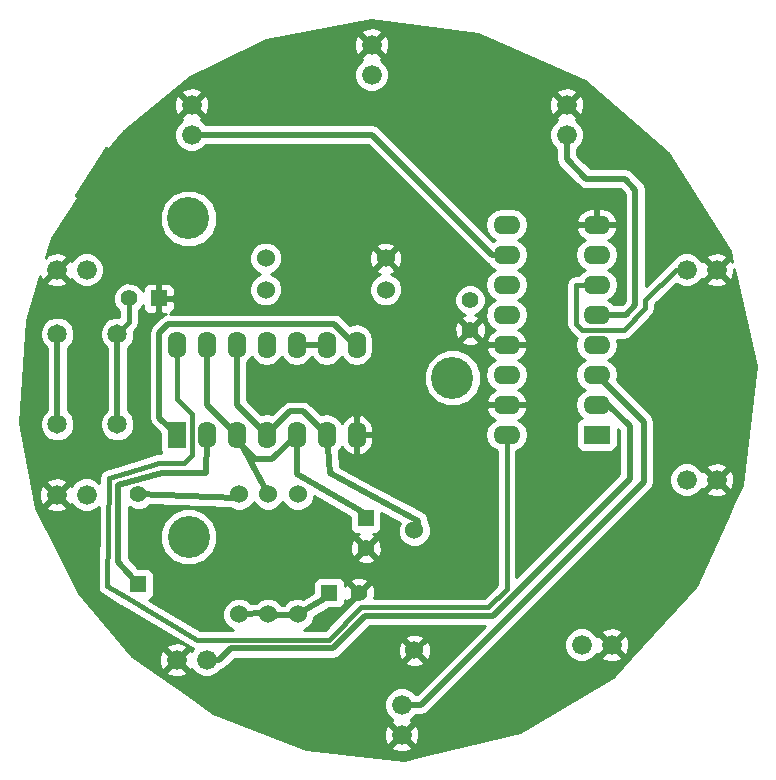
<source format=gbl>
%FSLAX34Y34*%
G04 Gerber Fmt 3.4, Leading zero omitted, Abs format*
G04 (created by PCBNEW (2013-11-12 BZR 4462)-product) date 11/16/2013 2:36:54 PM*
%MOIN*%
G01*
G70*
G90*
G04 APERTURE LIST*
%ADD10C,0.005906*%
%ADD11C,0.140000*%
%ADD12C,0.060000*%
%ADD13C,0.066000*%
%ADD14R,0.090000X0.062000*%
%ADD15O,0.090000X0.062000*%
%ADD16R,0.062000X0.090000*%
%ADD17O,0.062000X0.090000*%
%ADD18R,0.055000X0.055000*%
%ADD19C,0.055000*%
%ADD20C,0.065000*%
%ADD21C,0.020000*%
%ADD22C,0.015000*%
%ADD23C,0.010000*%
G04 APERTURE END LIST*
G54D10*
G54D11*
X47900Y-27905D03*
X56695Y-22600D03*
X47895Y-17290D03*
G54D12*
X51540Y-26490D03*
X51540Y-30490D03*
X50465Y-19670D03*
X54465Y-19670D03*
X49580Y-30490D03*
X49580Y-26490D03*
X50550Y-30480D03*
X50550Y-26480D03*
X50465Y-18620D03*
X54465Y-18620D03*
X55425Y-27685D03*
X55425Y-31685D03*
G54D13*
X61000Y-31500D03*
X62000Y-31500D03*
X64500Y-26000D03*
X65500Y-26000D03*
X64500Y-19000D03*
X65500Y-19000D03*
X60500Y-14500D03*
X60500Y-13500D03*
X54000Y-12500D03*
X54000Y-11500D03*
X48000Y-14500D03*
X48000Y-13500D03*
X44500Y-19000D03*
X43500Y-19000D03*
X44500Y-26500D03*
X43500Y-26500D03*
X48500Y-32000D03*
X47500Y-32000D03*
X55000Y-33500D03*
X55000Y-34500D03*
G54D14*
X61500Y-24500D03*
G54D15*
X61500Y-23500D03*
X61500Y-22500D03*
X61500Y-21500D03*
X61500Y-20500D03*
X61500Y-19500D03*
X61500Y-18500D03*
X61500Y-17500D03*
X58500Y-17500D03*
X58500Y-18500D03*
X58500Y-19500D03*
X58500Y-20500D03*
X58500Y-21500D03*
X58500Y-22500D03*
X58500Y-23500D03*
X58500Y-24500D03*
G54D16*
X47500Y-24500D03*
G54D17*
X48500Y-24500D03*
X49500Y-24500D03*
X50500Y-24500D03*
X51500Y-24500D03*
X52500Y-24500D03*
X53500Y-24500D03*
X53500Y-21500D03*
X52500Y-21500D03*
X51500Y-21500D03*
X50500Y-21500D03*
X49500Y-21500D03*
X48500Y-21500D03*
X47500Y-21500D03*
G54D18*
X46230Y-29480D03*
G54D19*
X46230Y-26480D03*
X57285Y-20010D03*
X57285Y-21010D03*
G54D18*
X53805Y-27280D03*
G54D19*
X53805Y-28280D03*
G54D18*
X52585Y-29760D03*
G54D19*
X53585Y-29760D03*
G54D18*
X46910Y-19950D03*
G54D19*
X45910Y-19950D03*
G54D20*
X45520Y-24145D03*
X43520Y-24145D03*
X45520Y-21145D03*
X43520Y-21145D03*
G54D21*
X43520Y-21145D02*
X43520Y-24145D01*
X53805Y-27280D02*
X53805Y-27125D01*
X51500Y-25820D02*
X51500Y-24500D01*
X53805Y-27125D02*
X51500Y-25820D01*
X49500Y-24500D02*
X49500Y-24705D01*
X50695Y-25305D02*
X51500Y-24500D01*
X50100Y-25305D02*
X50695Y-25305D01*
X49500Y-24705D02*
X50100Y-25305D01*
X50550Y-26480D02*
X49525Y-24525D01*
X49525Y-24525D02*
X49500Y-24500D01*
X48500Y-21500D02*
X48500Y-23500D01*
X48500Y-23500D02*
X49500Y-24500D01*
X61500Y-20500D02*
X62480Y-20500D01*
X60500Y-15315D02*
X60500Y-14500D01*
X61155Y-15970D02*
X60500Y-15315D01*
X62435Y-15970D02*
X61155Y-15970D01*
X62790Y-16325D02*
X62435Y-15970D01*
X62790Y-20190D02*
X62790Y-16325D01*
X62480Y-20500D02*
X62790Y-20190D01*
G54D22*
X62410Y-21000D02*
X61010Y-21000D01*
X64145Y-19000D02*
X63130Y-20015D01*
X63130Y-20015D02*
X63130Y-20280D01*
X63130Y-20280D02*
X62410Y-21000D01*
X60805Y-20780D02*
X60805Y-19510D01*
X60805Y-19510D02*
X60815Y-19500D01*
X61500Y-19500D02*
X60815Y-19500D01*
X64145Y-19000D02*
X64500Y-19000D01*
X60805Y-20795D02*
X60805Y-20780D01*
X61010Y-21000D02*
X60805Y-20795D01*
G54D21*
X53500Y-21500D02*
X53450Y-21500D01*
X46930Y-23930D02*
X47500Y-24500D01*
X46930Y-21100D02*
X46930Y-23930D01*
X47220Y-20810D02*
X46930Y-21100D01*
X52760Y-20810D02*
X47220Y-20810D01*
X53450Y-21500D02*
X52760Y-20810D01*
X55555Y-27445D02*
X55555Y-27365D01*
X52630Y-25785D02*
X52500Y-24500D01*
X55555Y-27365D02*
X52630Y-25785D01*
X50500Y-24500D02*
X50500Y-24490D01*
X51710Y-23710D02*
X52500Y-24500D01*
X51280Y-23710D02*
X51710Y-23710D01*
X50500Y-24490D02*
X51280Y-23710D01*
X49500Y-21500D02*
X49500Y-23500D01*
X49500Y-23500D02*
X50500Y-24500D01*
X46230Y-26480D02*
X49465Y-26605D01*
X49465Y-26605D02*
X49580Y-26490D01*
X52500Y-21500D02*
X51500Y-21500D01*
X51540Y-30490D02*
X52350Y-29995D01*
X52350Y-29995D02*
X52585Y-29760D01*
X51540Y-30490D02*
X50620Y-30550D01*
X50620Y-30550D02*
X50550Y-30480D01*
X49580Y-30490D02*
X50515Y-30445D01*
X50515Y-30445D02*
X50550Y-30480D01*
X48500Y-24500D02*
X48500Y-24730D01*
X45560Y-28735D02*
X46230Y-29480D01*
X45560Y-26170D02*
X45560Y-28735D01*
X47000Y-25775D02*
X45560Y-26170D01*
X48470Y-25765D02*
X47000Y-25775D01*
X48500Y-24730D02*
X48470Y-25765D01*
X58500Y-18500D02*
X58015Y-18500D01*
X54015Y-14500D02*
X48000Y-14500D01*
X58015Y-18500D02*
X54015Y-14500D01*
X55000Y-33500D02*
X55645Y-33500D01*
X63070Y-24070D02*
X61500Y-22500D01*
X63070Y-26075D02*
X63070Y-24070D01*
X55645Y-33500D02*
X63070Y-26075D01*
X48500Y-32000D02*
X48915Y-32000D01*
X61890Y-23500D02*
X61500Y-23500D01*
X62610Y-24220D02*
X61890Y-23500D01*
X62610Y-25965D02*
X62610Y-24220D01*
X58040Y-30535D02*
X62610Y-25965D01*
X53790Y-30535D02*
X58040Y-30535D01*
X52710Y-31615D02*
X53790Y-30535D01*
X49300Y-31615D02*
X52710Y-31615D01*
X48915Y-32000D02*
X49300Y-31615D01*
G54D22*
X45910Y-19950D02*
X45910Y-20755D01*
X45910Y-20755D02*
X45520Y-21145D01*
G54D21*
X45520Y-21145D02*
X45520Y-24145D01*
G54D22*
X47500Y-21500D02*
X47500Y-23310D01*
X45798Y-25773D02*
X45250Y-25940D01*
X45250Y-25940D02*
X45195Y-29545D01*
X45800Y-29921D02*
X48185Y-31325D01*
X45195Y-29545D02*
X45800Y-29921D01*
X48185Y-31325D02*
X52580Y-31325D01*
X52580Y-31325D02*
X53655Y-30250D01*
X53655Y-30250D02*
X57890Y-30250D01*
X57890Y-30250D02*
X58500Y-29640D01*
X58500Y-29640D02*
X58500Y-24500D01*
X47500Y-23310D02*
X48005Y-23815D01*
X48005Y-23815D02*
X48005Y-25165D01*
X48005Y-25165D02*
X47740Y-25430D01*
X47740Y-25430D02*
X46930Y-25430D01*
X46930Y-25430D02*
X45798Y-25773D01*
G54D10*
G36*
X66809Y-22222D02*
X66336Y-26161D01*
X66084Y-26716D01*
X66084Y-26088D01*
X66074Y-25858D01*
X66006Y-25694D01*
X65907Y-25663D01*
X65836Y-25733D01*
X65836Y-25592D01*
X65836Y-19407D01*
X65500Y-19070D01*
X65429Y-19141D01*
X65429Y-19000D01*
X65092Y-18663D01*
X65000Y-18692D01*
X64991Y-18671D01*
X64828Y-18508D01*
X64615Y-18420D01*
X64385Y-18419D01*
X64171Y-18508D01*
X64008Y-18671D01*
X63987Y-18721D01*
X63915Y-18770D01*
X63140Y-19545D01*
X63140Y-16325D01*
X63113Y-16191D01*
X63037Y-16077D01*
X62682Y-15722D01*
X62568Y-15646D01*
X62435Y-15620D01*
X61299Y-15620D01*
X61084Y-15404D01*
X61084Y-13588D01*
X61074Y-13358D01*
X61006Y-13194D01*
X60907Y-13163D01*
X60836Y-13233D01*
X60836Y-13092D01*
X60805Y-12993D01*
X60588Y-12915D01*
X60358Y-12925D01*
X60194Y-12993D01*
X60163Y-13092D01*
X60500Y-13429D01*
X60836Y-13092D01*
X60836Y-13233D01*
X60570Y-13500D01*
X60907Y-13836D01*
X61006Y-13805D01*
X61084Y-13588D01*
X61084Y-15404D01*
X60850Y-15170D01*
X60850Y-14970D01*
X60991Y-14828D01*
X61079Y-14615D01*
X61080Y-14385D01*
X60991Y-14171D01*
X60828Y-14008D01*
X60807Y-13999D01*
X60836Y-13907D01*
X60500Y-13570D01*
X60429Y-13641D01*
X60429Y-13500D01*
X60092Y-13163D01*
X59993Y-13194D01*
X59915Y-13411D01*
X59925Y-13641D01*
X59993Y-13805D01*
X60092Y-13836D01*
X60429Y-13500D01*
X60429Y-13641D01*
X60163Y-13907D01*
X60192Y-13999D01*
X60171Y-14008D01*
X60008Y-14171D01*
X59920Y-14384D01*
X59919Y-14614D01*
X60008Y-14828D01*
X60150Y-14970D01*
X60150Y-15315D01*
X60176Y-15448D01*
X60252Y-15562D01*
X60907Y-16217D01*
X61021Y-16293D01*
X61021Y-16293D01*
X61155Y-16320D01*
X62290Y-16320D01*
X62440Y-16469D01*
X62440Y-20045D01*
X62335Y-20150D01*
X62080Y-20150D01*
X62049Y-20104D01*
X61894Y-20000D01*
X62049Y-19895D01*
X62171Y-19714D01*
X62213Y-19500D01*
X62171Y-19285D01*
X62049Y-19104D01*
X61894Y-19000D01*
X62049Y-18895D01*
X62171Y-18714D01*
X62213Y-18500D01*
X62171Y-18285D01*
X62049Y-18104D01*
X61894Y-18000D01*
X61900Y-17998D01*
X62071Y-17860D01*
X62176Y-17668D01*
X62183Y-17636D01*
X62183Y-17363D01*
X62176Y-17331D01*
X62071Y-17139D01*
X61900Y-17001D01*
X61690Y-16940D01*
X61550Y-16940D01*
X61550Y-17450D01*
X62134Y-17450D01*
X62183Y-17363D01*
X62183Y-17636D01*
X62134Y-17550D01*
X61550Y-17550D01*
X61550Y-17557D01*
X61450Y-17557D01*
X61450Y-17550D01*
X61450Y-17450D01*
X61450Y-16940D01*
X61310Y-16940D01*
X61099Y-17001D01*
X60928Y-17139D01*
X60823Y-17331D01*
X60816Y-17363D01*
X60865Y-17450D01*
X61450Y-17450D01*
X61450Y-17550D01*
X60865Y-17550D01*
X60816Y-17636D01*
X60823Y-17668D01*
X60928Y-17860D01*
X61099Y-17998D01*
X61105Y-18000D01*
X60950Y-18104D01*
X60828Y-18285D01*
X60786Y-18500D01*
X60828Y-18714D01*
X60950Y-18895D01*
X61105Y-19000D01*
X60950Y-19104D01*
X60902Y-19175D01*
X60815Y-19175D01*
X60690Y-19199D01*
X60585Y-19270D01*
X60575Y-19280D01*
X60504Y-19385D01*
X60480Y-19510D01*
X60480Y-20780D01*
X60480Y-20795D01*
X60504Y-20919D01*
X60575Y-21024D01*
X60780Y-21229D01*
X60839Y-21269D01*
X60828Y-21285D01*
X60786Y-21500D01*
X60828Y-21714D01*
X60950Y-21895D01*
X61105Y-22000D01*
X60950Y-22104D01*
X60828Y-22285D01*
X60786Y-22500D01*
X60828Y-22714D01*
X60950Y-22895D01*
X61105Y-23000D01*
X60950Y-23104D01*
X60828Y-23285D01*
X60786Y-23500D01*
X60828Y-23714D01*
X60950Y-23895D01*
X61016Y-23940D01*
X61000Y-23940D01*
X60908Y-23978D01*
X60838Y-24048D01*
X60800Y-24140D01*
X60800Y-24239D01*
X60800Y-24859D01*
X60838Y-24951D01*
X60908Y-25021D01*
X61000Y-25060D01*
X61099Y-25060D01*
X61999Y-25060D01*
X62091Y-25021D01*
X62161Y-24951D01*
X62200Y-24859D01*
X62200Y-24760D01*
X62200Y-24304D01*
X62260Y-24364D01*
X62260Y-25820D01*
X58825Y-29255D01*
X58825Y-25025D01*
X58868Y-25017D01*
X59049Y-24895D01*
X59171Y-24714D01*
X59213Y-24500D01*
X59213Y-22500D01*
X59213Y-20500D01*
X59171Y-20285D01*
X59049Y-20104D01*
X58894Y-20000D01*
X59049Y-19895D01*
X59171Y-19714D01*
X59213Y-19500D01*
X59171Y-19285D01*
X59049Y-19104D01*
X58894Y-19000D01*
X59049Y-18895D01*
X59171Y-18714D01*
X59213Y-18500D01*
X59171Y-18285D01*
X59049Y-18104D01*
X58894Y-18000D01*
X59049Y-17895D01*
X59171Y-17714D01*
X59213Y-17500D01*
X59171Y-17285D01*
X59049Y-17104D01*
X58868Y-16982D01*
X58653Y-16940D01*
X58346Y-16940D01*
X58131Y-16982D01*
X57950Y-17104D01*
X57828Y-17285D01*
X57786Y-17500D01*
X57828Y-17714D01*
X57950Y-17895D01*
X58105Y-18000D01*
X58048Y-18038D01*
X54584Y-14574D01*
X54584Y-11588D01*
X54574Y-11358D01*
X54506Y-11194D01*
X54407Y-11163D01*
X54336Y-11233D01*
X54336Y-11092D01*
X54305Y-10993D01*
X54088Y-10915D01*
X53858Y-10925D01*
X53694Y-10993D01*
X53663Y-11092D01*
X54000Y-11429D01*
X54336Y-11092D01*
X54336Y-11233D01*
X54070Y-11500D01*
X54407Y-11836D01*
X54506Y-11805D01*
X54584Y-11588D01*
X54584Y-14574D01*
X54580Y-14570D01*
X54580Y-12385D01*
X54491Y-12171D01*
X54328Y-12008D01*
X54307Y-11999D01*
X54336Y-11907D01*
X54000Y-11570D01*
X53929Y-11641D01*
X53929Y-11500D01*
X53592Y-11163D01*
X53493Y-11194D01*
X53415Y-11411D01*
X53425Y-11641D01*
X53493Y-11805D01*
X53592Y-11836D01*
X53929Y-11500D01*
X53929Y-11641D01*
X53663Y-11907D01*
X53692Y-11999D01*
X53671Y-12008D01*
X53508Y-12171D01*
X53420Y-12384D01*
X53419Y-12614D01*
X53508Y-12828D01*
X53671Y-12991D01*
X53884Y-13079D01*
X54114Y-13080D01*
X54328Y-12991D01*
X54491Y-12828D01*
X54579Y-12615D01*
X54580Y-12385D01*
X54580Y-14570D01*
X54262Y-14252D01*
X54148Y-14176D01*
X54015Y-14150D01*
X48584Y-14150D01*
X48584Y-13588D01*
X48574Y-13358D01*
X48506Y-13194D01*
X48407Y-13163D01*
X48336Y-13233D01*
X48336Y-13092D01*
X48305Y-12993D01*
X48088Y-12915D01*
X47858Y-12925D01*
X47694Y-12993D01*
X47663Y-13092D01*
X48000Y-13429D01*
X48336Y-13092D01*
X48336Y-13233D01*
X48070Y-13500D01*
X48407Y-13836D01*
X48506Y-13805D01*
X48584Y-13588D01*
X48584Y-14150D01*
X48470Y-14150D01*
X48328Y-14008D01*
X48307Y-13999D01*
X48336Y-13907D01*
X48000Y-13570D01*
X47929Y-13641D01*
X47929Y-13500D01*
X47592Y-13163D01*
X47493Y-13194D01*
X47415Y-13411D01*
X47425Y-13641D01*
X47493Y-13805D01*
X47592Y-13836D01*
X47929Y-13500D01*
X47929Y-13641D01*
X47663Y-13907D01*
X47692Y-13999D01*
X47671Y-14008D01*
X47508Y-14171D01*
X47420Y-14384D01*
X47419Y-14614D01*
X47508Y-14828D01*
X47671Y-14991D01*
X47884Y-15079D01*
X48114Y-15080D01*
X48328Y-14991D01*
X48470Y-14850D01*
X53870Y-14850D01*
X57767Y-18747D01*
X57881Y-18823D01*
X57881Y-18823D01*
X57904Y-18828D01*
X57950Y-18895D01*
X58105Y-19000D01*
X57950Y-19104D01*
X57828Y-19285D01*
X57786Y-19500D01*
X57828Y-19714D01*
X57950Y-19895D01*
X58105Y-20000D01*
X57950Y-20104D01*
X57828Y-20285D01*
X57810Y-20380D01*
X57810Y-19906D01*
X57730Y-19713D01*
X57582Y-19565D01*
X57389Y-19485D01*
X57181Y-19484D01*
X56988Y-19564D01*
X56840Y-19712D01*
X56760Y-19905D01*
X56759Y-20113D01*
X56839Y-20307D01*
X56987Y-20454D01*
X57113Y-20507D01*
X57012Y-20549D01*
X56987Y-20642D01*
X57285Y-20939D01*
X57582Y-20642D01*
X57557Y-20549D01*
X57447Y-20510D01*
X57582Y-20455D01*
X57729Y-20307D01*
X57809Y-20114D01*
X57810Y-19906D01*
X57810Y-20380D01*
X57786Y-20500D01*
X57828Y-20714D01*
X57950Y-20895D01*
X58105Y-20999D01*
X58099Y-21001D01*
X57928Y-21139D01*
X57823Y-21331D01*
X57816Y-21363D01*
X57865Y-21450D01*
X58450Y-21450D01*
X58450Y-21442D01*
X58550Y-21442D01*
X58550Y-21450D01*
X59134Y-21450D01*
X59183Y-21363D01*
X59176Y-21331D01*
X59071Y-21139D01*
X58900Y-21001D01*
X58894Y-20999D01*
X59049Y-20895D01*
X59171Y-20714D01*
X59213Y-20500D01*
X59213Y-22500D01*
X59171Y-22285D01*
X59049Y-22104D01*
X58894Y-22000D01*
X58900Y-21998D01*
X59071Y-21860D01*
X59176Y-21668D01*
X59183Y-21636D01*
X59134Y-21550D01*
X58550Y-21550D01*
X58550Y-21557D01*
X58450Y-21557D01*
X58450Y-21550D01*
X57865Y-21550D01*
X57816Y-21636D01*
X57823Y-21668D01*
X57928Y-21860D01*
X58099Y-21998D01*
X58105Y-22000D01*
X57950Y-22104D01*
X57828Y-22285D01*
X57814Y-22356D01*
X57814Y-21085D01*
X57803Y-20877D01*
X57745Y-20737D01*
X57652Y-20712D01*
X57355Y-21010D01*
X57652Y-21307D01*
X57745Y-21282D01*
X57814Y-21085D01*
X57814Y-22356D01*
X57786Y-22500D01*
X57828Y-22714D01*
X57950Y-22895D01*
X58105Y-22999D01*
X58099Y-23001D01*
X57928Y-23139D01*
X57823Y-23331D01*
X57816Y-23363D01*
X57865Y-23450D01*
X58450Y-23450D01*
X58450Y-23442D01*
X58550Y-23442D01*
X58550Y-23450D01*
X59134Y-23450D01*
X59183Y-23363D01*
X59176Y-23331D01*
X59071Y-23139D01*
X58900Y-23001D01*
X58894Y-22999D01*
X59049Y-22895D01*
X59171Y-22714D01*
X59213Y-22500D01*
X59213Y-24500D01*
X59171Y-24285D01*
X59049Y-24104D01*
X58894Y-24000D01*
X58900Y-23998D01*
X59071Y-23860D01*
X59176Y-23668D01*
X59183Y-23636D01*
X59134Y-23550D01*
X58550Y-23550D01*
X58550Y-23557D01*
X58450Y-23557D01*
X58450Y-23550D01*
X57865Y-23550D01*
X57816Y-23636D01*
X57823Y-23668D01*
X57928Y-23860D01*
X58099Y-23998D01*
X58105Y-24000D01*
X57950Y-24104D01*
X57828Y-24285D01*
X57786Y-24500D01*
X57828Y-24714D01*
X57950Y-24895D01*
X58131Y-25017D01*
X58175Y-25025D01*
X58175Y-29505D01*
X57755Y-29925D01*
X57645Y-29925D01*
X57645Y-22411D01*
X57582Y-22259D01*
X57582Y-21377D01*
X57285Y-21080D01*
X57214Y-21151D01*
X57214Y-21010D01*
X56917Y-20712D01*
X56824Y-20737D01*
X56755Y-20934D01*
X56766Y-21142D01*
X56824Y-21282D01*
X56917Y-21307D01*
X57214Y-21010D01*
X57214Y-21151D01*
X56987Y-21377D01*
X57012Y-21470D01*
X57209Y-21539D01*
X57417Y-21528D01*
X57557Y-21470D01*
X57582Y-21377D01*
X57582Y-22259D01*
X57500Y-22062D01*
X57233Y-21795D01*
X56884Y-21650D01*
X56506Y-21649D01*
X56157Y-21794D01*
X55890Y-22061D01*
X55745Y-22410D01*
X55744Y-22788D01*
X55889Y-23137D01*
X56156Y-23404D01*
X56505Y-23549D01*
X56883Y-23550D01*
X57232Y-23405D01*
X57499Y-23138D01*
X57644Y-22789D01*
X57645Y-22411D01*
X57645Y-29925D01*
X54334Y-29925D01*
X54334Y-28355D01*
X54323Y-28147D01*
X54265Y-28007D01*
X54172Y-27982D01*
X53875Y-28280D01*
X54172Y-28577D01*
X54265Y-28552D01*
X54334Y-28355D01*
X54334Y-29925D01*
X54083Y-29925D01*
X54114Y-29835D01*
X54103Y-29627D01*
X54102Y-29623D01*
X54102Y-28647D01*
X53805Y-28350D01*
X53734Y-28421D01*
X53734Y-28280D01*
X53437Y-27982D01*
X53344Y-28007D01*
X53275Y-28204D01*
X53286Y-28412D01*
X53344Y-28552D01*
X53437Y-28577D01*
X53734Y-28280D01*
X53734Y-28421D01*
X53507Y-28647D01*
X53532Y-28740D01*
X53729Y-28809D01*
X53937Y-28798D01*
X54077Y-28740D01*
X54102Y-28647D01*
X54102Y-29623D01*
X54045Y-29487D01*
X53952Y-29462D01*
X53882Y-29533D01*
X53882Y-29392D01*
X53857Y-29299D01*
X53660Y-29230D01*
X53452Y-29241D01*
X53312Y-29299D01*
X53287Y-29392D01*
X53585Y-29689D01*
X53882Y-29392D01*
X53882Y-29533D01*
X53655Y-29760D01*
X53661Y-29765D01*
X53590Y-29836D01*
X53585Y-29830D01*
X53287Y-30127D01*
X53294Y-30151D01*
X52445Y-31000D01*
X51745Y-31000D01*
X51851Y-30956D01*
X52005Y-30801D01*
X52089Y-30599D01*
X52089Y-30564D01*
X52532Y-30293D01*
X52541Y-30285D01*
X52909Y-30285D01*
X53001Y-30246D01*
X53071Y-30176D01*
X53110Y-30084D01*
X53110Y-29997D01*
X53124Y-30032D01*
X53217Y-30057D01*
X53514Y-29760D01*
X53217Y-29462D01*
X53124Y-29487D01*
X53110Y-29528D01*
X53110Y-29435D01*
X53071Y-29343D01*
X53001Y-29273D01*
X52909Y-29235D01*
X52810Y-29235D01*
X52260Y-29235D01*
X52168Y-29273D01*
X52098Y-29343D01*
X52060Y-29435D01*
X52060Y-29534D01*
X52060Y-29762D01*
X51720Y-29969D01*
X51649Y-29940D01*
X51431Y-29939D01*
X51228Y-30023D01*
X51083Y-30169D01*
X51018Y-30173D01*
X51016Y-30168D01*
X50861Y-30014D01*
X50659Y-29930D01*
X50441Y-29929D01*
X50238Y-30013D01*
X50139Y-30112D01*
X49987Y-30119D01*
X49891Y-30024D01*
X49689Y-29940D01*
X49471Y-29939D01*
X49268Y-30023D01*
X49114Y-30178D01*
X49030Y-30380D01*
X49029Y-30598D01*
X49113Y-30801D01*
X49268Y-30955D01*
X49374Y-31000D01*
X48850Y-31000D01*
X48850Y-27716D01*
X48705Y-27367D01*
X48438Y-27100D01*
X48089Y-26955D01*
X47711Y-26954D01*
X47362Y-27099D01*
X47095Y-27366D01*
X46950Y-27715D01*
X46949Y-28093D01*
X47094Y-28442D01*
X47361Y-28709D01*
X47710Y-28854D01*
X48088Y-28855D01*
X48437Y-28710D01*
X48704Y-28443D01*
X48849Y-28094D01*
X48850Y-27716D01*
X48850Y-31000D01*
X48273Y-31000D01*
X46571Y-29998D01*
X46646Y-29966D01*
X46716Y-29896D01*
X46755Y-29804D01*
X46755Y-29705D01*
X46755Y-29155D01*
X46716Y-29063D01*
X46646Y-28993D01*
X46554Y-28955D01*
X46455Y-28955D01*
X46228Y-28955D01*
X45910Y-28600D01*
X45910Y-26902D01*
X45932Y-26924D01*
X46125Y-27004D01*
X46333Y-27005D01*
X46527Y-26925D01*
X46607Y-26844D01*
X49259Y-26947D01*
X49268Y-26955D01*
X49470Y-27039D01*
X49688Y-27040D01*
X49891Y-26956D01*
X50045Y-26801D01*
X50067Y-26751D01*
X50083Y-26791D01*
X50238Y-26945D01*
X50440Y-27029D01*
X50658Y-27030D01*
X50861Y-26946D01*
X51015Y-26791D01*
X51042Y-26727D01*
X51073Y-26801D01*
X51228Y-26955D01*
X51430Y-27039D01*
X51648Y-27040D01*
X51851Y-26956D01*
X52005Y-26801D01*
X52089Y-26599D01*
X52089Y-26556D01*
X53280Y-27229D01*
X53280Y-27604D01*
X53318Y-27696D01*
X53388Y-27766D01*
X53480Y-27805D01*
X53567Y-27805D01*
X53532Y-27819D01*
X53507Y-27912D01*
X53805Y-28209D01*
X54102Y-27912D01*
X54077Y-27819D01*
X54036Y-27805D01*
X54129Y-27805D01*
X54221Y-27766D01*
X54291Y-27696D01*
X54330Y-27604D01*
X54330Y-27505D01*
X54330Y-27101D01*
X54936Y-27428D01*
X54875Y-27575D01*
X54874Y-27793D01*
X54958Y-27996D01*
X55113Y-28150D01*
X55315Y-28234D01*
X55533Y-28235D01*
X55736Y-28151D01*
X55890Y-27996D01*
X55974Y-27794D01*
X55975Y-27576D01*
X55905Y-27406D01*
X55905Y-27365D01*
X55895Y-27315D01*
X55890Y-27264D01*
X55881Y-27248D01*
X55878Y-27231D01*
X55850Y-27188D01*
X55826Y-27144D01*
X55812Y-27132D01*
X55802Y-27117D01*
X55760Y-27089D01*
X55721Y-27057D01*
X55019Y-26678D01*
X55019Y-18701D01*
X55008Y-18483D01*
X54946Y-18332D01*
X54850Y-18304D01*
X54780Y-18375D01*
X54780Y-18234D01*
X54752Y-18138D01*
X54546Y-18065D01*
X54328Y-18076D01*
X54177Y-18138D01*
X54149Y-18234D01*
X54465Y-18549D01*
X54780Y-18234D01*
X54780Y-18375D01*
X54535Y-18620D01*
X54850Y-18935D01*
X54946Y-18907D01*
X55019Y-18701D01*
X55019Y-26678D01*
X55015Y-26675D01*
X55015Y-19561D01*
X54931Y-19358D01*
X54776Y-19204D01*
X54641Y-19147D01*
X54752Y-19101D01*
X54780Y-19005D01*
X54465Y-18690D01*
X54394Y-18761D01*
X54394Y-18620D01*
X54079Y-18304D01*
X53983Y-18332D01*
X53910Y-18538D01*
X53921Y-18756D01*
X53983Y-18907D01*
X54079Y-18935D01*
X54394Y-18620D01*
X54394Y-18761D01*
X54149Y-19005D01*
X54177Y-19101D01*
X54297Y-19144D01*
X54153Y-19203D01*
X53999Y-19358D01*
X53915Y-19560D01*
X53914Y-19778D01*
X53998Y-19981D01*
X54153Y-20135D01*
X54355Y-20219D01*
X54573Y-20220D01*
X54776Y-20136D01*
X54930Y-19981D01*
X55014Y-19779D01*
X55015Y-19561D01*
X55015Y-26675D01*
X54060Y-26159D01*
X54060Y-24690D01*
X54060Y-24550D01*
X54060Y-24450D01*
X54060Y-24310D01*
X53998Y-24099D01*
X53860Y-23928D01*
X53668Y-23823D01*
X53636Y-23816D01*
X53550Y-23865D01*
X53550Y-24450D01*
X54060Y-24450D01*
X54060Y-24550D01*
X53550Y-24550D01*
X53550Y-25134D01*
X53636Y-25183D01*
X53668Y-25176D01*
X53860Y-25071D01*
X53998Y-24900D01*
X54060Y-24690D01*
X54060Y-26159D01*
X52959Y-25565D01*
X52905Y-25034D01*
X52999Y-24894D01*
X53001Y-24900D01*
X53139Y-25071D01*
X53331Y-25176D01*
X53363Y-25183D01*
X53450Y-25134D01*
X53450Y-24550D01*
X53442Y-24550D01*
X53442Y-24450D01*
X53450Y-24450D01*
X53450Y-23865D01*
X53363Y-23816D01*
X53331Y-23823D01*
X53139Y-23928D01*
X53001Y-24099D01*
X52999Y-24105D01*
X52895Y-23950D01*
X52714Y-23828D01*
X52500Y-23786D01*
X52317Y-23822D01*
X51957Y-23462D01*
X51843Y-23386D01*
X51710Y-23360D01*
X51280Y-23360D01*
X51146Y-23386D01*
X51032Y-23462D01*
X50674Y-23820D01*
X50500Y-23786D01*
X50317Y-23822D01*
X49850Y-23355D01*
X49850Y-22080D01*
X49895Y-22049D01*
X50000Y-21894D01*
X50104Y-22049D01*
X50285Y-22171D01*
X50500Y-22213D01*
X50714Y-22171D01*
X50895Y-22049D01*
X51000Y-21894D01*
X51104Y-22049D01*
X51285Y-22171D01*
X51500Y-22213D01*
X51714Y-22171D01*
X51895Y-22049D01*
X52000Y-21894D01*
X52104Y-22049D01*
X52285Y-22171D01*
X52500Y-22213D01*
X52714Y-22171D01*
X52895Y-22049D01*
X53000Y-21894D01*
X53104Y-22049D01*
X53285Y-22171D01*
X53500Y-22213D01*
X53714Y-22171D01*
X53895Y-22049D01*
X54017Y-21868D01*
X54060Y-21653D01*
X54060Y-21346D01*
X54017Y-21131D01*
X53895Y-20950D01*
X53714Y-20828D01*
X53500Y-20786D01*
X53285Y-20828D01*
X53278Y-20833D01*
X53007Y-20562D01*
X52893Y-20486D01*
X52760Y-20460D01*
X51015Y-20460D01*
X51015Y-19561D01*
X50931Y-19358D01*
X50776Y-19204D01*
X50634Y-19144D01*
X50776Y-19086D01*
X50930Y-18931D01*
X51014Y-18729D01*
X51015Y-18511D01*
X50931Y-18308D01*
X50776Y-18154D01*
X50574Y-18070D01*
X50356Y-18069D01*
X50153Y-18153D01*
X49999Y-18308D01*
X49915Y-18510D01*
X49914Y-18728D01*
X49998Y-18931D01*
X50153Y-19085D01*
X50295Y-19145D01*
X50153Y-19203D01*
X49999Y-19358D01*
X49915Y-19560D01*
X49914Y-19778D01*
X49998Y-19981D01*
X50153Y-20135D01*
X50355Y-20219D01*
X50573Y-20220D01*
X50776Y-20136D01*
X50930Y-19981D01*
X51014Y-19779D01*
X51015Y-19561D01*
X51015Y-20460D01*
X48845Y-20460D01*
X48845Y-17101D01*
X48700Y-16752D01*
X48433Y-16485D01*
X48084Y-16340D01*
X47706Y-16339D01*
X47357Y-16484D01*
X47090Y-16751D01*
X46945Y-17100D01*
X46944Y-17478D01*
X47089Y-17827D01*
X47356Y-18094D01*
X47705Y-18239D01*
X48083Y-18240D01*
X48432Y-18095D01*
X48699Y-17828D01*
X48844Y-17479D01*
X48845Y-17101D01*
X48845Y-20460D01*
X47270Y-20460D01*
X47326Y-20436D01*
X47396Y-20366D01*
X47435Y-20274D01*
X47435Y-20175D01*
X47435Y-20062D01*
X47435Y-19837D01*
X47435Y-19724D01*
X47435Y-19625D01*
X47396Y-19533D01*
X47326Y-19463D01*
X47234Y-19425D01*
X47022Y-19425D01*
X46960Y-19487D01*
X46960Y-19900D01*
X47372Y-19900D01*
X47435Y-19837D01*
X47435Y-20062D01*
X47372Y-20000D01*
X46960Y-20000D01*
X46960Y-20412D01*
X47022Y-20475D01*
X47144Y-20475D01*
X47086Y-20486D01*
X46972Y-20562D01*
X46860Y-20675D01*
X46860Y-20412D01*
X46860Y-20000D01*
X46852Y-20000D01*
X46852Y-19900D01*
X46860Y-19900D01*
X46860Y-19487D01*
X46797Y-19425D01*
X46585Y-19425D01*
X46493Y-19463D01*
X46423Y-19533D01*
X46385Y-19625D01*
X46385Y-19724D01*
X46385Y-19724D01*
X46355Y-19653D01*
X46207Y-19505D01*
X46014Y-19425D01*
X45806Y-19424D01*
X45613Y-19504D01*
X45465Y-19652D01*
X45385Y-19845D01*
X45384Y-20053D01*
X45464Y-20247D01*
X45585Y-20367D01*
X45585Y-20570D01*
X45406Y-20569D01*
X45194Y-20657D01*
X45080Y-20771D01*
X45080Y-18885D01*
X44991Y-18671D01*
X44828Y-18508D01*
X44615Y-18420D01*
X44385Y-18419D01*
X44171Y-18508D01*
X44008Y-18671D01*
X43999Y-18692D01*
X43907Y-18663D01*
X43836Y-18733D01*
X43570Y-19000D01*
X43907Y-19336D01*
X43999Y-19307D01*
X44008Y-19328D01*
X44171Y-19491D01*
X44384Y-19579D01*
X44614Y-19580D01*
X44828Y-19491D01*
X44991Y-19328D01*
X45079Y-19115D01*
X45080Y-18885D01*
X45080Y-20771D01*
X45032Y-20818D01*
X44945Y-21030D01*
X44944Y-21258D01*
X45032Y-21470D01*
X45170Y-21608D01*
X45170Y-23681D01*
X45032Y-23818D01*
X44945Y-24030D01*
X44944Y-24258D01*
X45032Y-24470D01*
X45193Y-24632D01*
X45405Y-24719D01*
X45633Y-24720D01*
X45845Y-24632D01*
X46007Y-24471D01*
X46094Y-24259D01*
X46095Y-24031D01*
X46007Y-23819D01*
X45870Y-23681D01*
X45870Y-21608D01*
X46007Y-21471D01*
X46094Y-21259D01*
X46095Y-21031D01*
X46094Y-21029D01*
X46139Y-20984D01*
X46210Y-20879D01*
X46210Y-20879D01*
X46235Y-20755D01*
X46235Y-20755D01*
X46235Y-20754D01*
X46235Y-20367D01*
X46354Y-20247D01*
X46385Y-20175D01*
X46385Y-20175D01*
X46385Y-20274D01*
X46423Y-20366D01*
X46493Y-20436D01*
X46585Y-20475D01*
X46797Y-20475D01*
X46860Y-20412D01*
X46860Y-20675D01*
X46682Y-20852D01*
X46606Y-20966D01*
X46580Y-21100D01*
X46580Y-23930D01*
X46606Y-24063D01*
X46682Y-24177D01*
X46940Y-24434D01*
X46940Y-24999D01*
X46978Y-25091D01*
X46991Y-25105D01*
X46930Y-25105D01*
X46883Y-25114D01*
X46835Y-25119D01*
X45704Y-25462D01*
X45704Y-25462D01*
X45155Y-25629D01*
X45143Y-25635D01*
X45130Y-25637D01*
X45088Y-25665D01*
X45043Y-25688D01*
X45035Y-25699D01*
X45023Y-25706D01*
X44995Y-25748D01*
X44963Y-25786D01*
X44959Y-25799D01*
X44951Y-25811D01*
X44941Y-25860D01*
X44926Y-25908D01*
X44927Y-25921D01*
X44925Y-25935D01*
X44922Y-26102D01*
X44828Y-26008D01*
X44615Y-25920D01*
X44385Y-25919D01*
X44171Y-26008D01*
X44095Y-26084D01*
X44095Y-24031D01*
X44007Y-23819D01*
X43870Y-23681D01*
X43870Y-21608D01*
X44007Y-21471D01*
X44094Y-21259D01*
X44095Y-21031D01*
X44007Y-20819D01*
X43846Y-20657D01*
X43836Y-20654D01*
X43836Y-19407D01*
X43500Y-19070D01*
X43163Y-19407D01*
X43194Y-19506D01*
X43411Y-19584D01*
X43641Y-19574D01*
X43805Y-19506D01*
X43836Y-19407D01*
X43836Y-20654D01*
X43634Y-20570D01*
X43406Y-20569D01*
X43194Y-20657D01*
X43032Y-20818D01*
X42945Y-21030D01*
X42944Y-21258D01*
X43032Y-21470D01*
X43170Y-21608D01*
X43170Y-23681D01*
X43032Y-23818D01*
X42945Y-24030D01*
X42944Y-24258D01*
X43032Y-24470D01*
X43193Y-24632D01*
X43405Y-24719D01*
X43633Y-24720D01*
X43845Y-24632D01*
X44007Y-24471D01*
X44094Y-24259D01*
X44095Y-24031D01*
X44095Y-26084D01*
X44008Y-26171D01*
X43999Y-26192D01*
X43907Y-26163D01*
X43836Y-26233D01*
X43836Y-26092D01*
X43805Y-25993D01*
X43588Y-25915D01*
X43358Y-25925D01*
X43194Y-25993D01*
X43163Y-26092D01*
X43500Y-26429D01*
X43836Y-26092D01*
X43836Y-26233D01*
X43570Y-26500D01*
X43907Y-26836D01*
X43999Y-26807D01*
X44008Y-26828D01*
X44171Y-26991D01*
X44384Y-27079D01*
X44614Y-27080D01*
X44828Y-26991D01*
X44910Y-26910D01*
X44870Y-29540D01*
X44877Y-29579D01*
X44878Y-29618D01*
X44888Y-29640D01*
X44892Y-29664D01*
X44914Y-29698D01*
X44930Y-29734D01*
X44948Y-29750D01*
X44961Y-29771D01*
X44994Y-29793D01*
X45023Y-29820D01*
X45628Y-30197D01*
X45632Y-30198D01*
X45635Y-30201D01*
X48020Y-31605D01*
X48041Y-31612D01*
X48056Y-31622D01*
X48008Y-31671D01*
X47999Y-31692D01*
X47907Y-31663D01*
X47836Y-31733D01*
X47836Y-31592D01*
X47805Y-31493D01*
X47588Y-31415D01*
X47358Y-31425D01*
X47194Y-31493D01*
X47163Y-31592D01*
X47500Y-31929D01*
X47836Y-31592D01*
X47836Y-31733D01*
X47570Y-32000D01*
X47907Y-32336D01*
X47999Y-32307D01*
X48008Y-32328D01*
X48171Y-32491D01*
X48384Y-32579D01*
X48614Y-32580D01*
X48828Y-32491D01*
X48984Y-32336D01*
X49048Y-32323D01*
X49048Y-32323D01*
X49162Y-32247D01*
X49444Y-31965D01*
X52710Y-31965D01*
X52843Y-31938D01*
X52843Y-31938D01*
X52957Y-31862D01*
X53934Y-30885D01*
X57765Y-30885D01*
X55979Y-32670D01*
X55979Y-31766D01*
X55968Y-31548D01*
X55906Y-31397D01*
X55810Y-31369D01*
X55740Y-31440D01*
X55740Y-31299D01*
X55712Y-31203D01*
X55506Y-31130D01*
X55288Y-31141D01*
X55137Y-31203D01*
X55109Y-31299D01*
X55425Y-31614D01*
X55740Y-31299D01*
X55740Y-31440D01*
X55495Y-31685D01*
X55810Y-32000D01*
X55906Y-31972D01*
X55979Y-31766D01*
X55979Y-32670D01*
X55740Y-32909D01*
X55740Y-32070D01*
X55425Y-31755D01*
X55354Y-31826D01*
X55354Y-31685D01*
X55039Y-31369D01*
X54943Y-31397D01*
X54870Y-31603D01*
X54881Y-31821D01*
X54943Y-31972D01*
X55039Y-32000D01*
X55354Y-31685D01*
X55354Y-31826D01*
X55109Y-32070D01*
X55137Y-32166D01*
X55343Y-32239D01*
X55561Y-32228D01*
X55712Y-32166D01*
X55740Y-32070D01*
X55740Y-32909D01*
X55500Y-33150D01*
X55470Y-33150D01*
X55328Y-33008D01*
X55115Y-32920D01*
X54885Y-32919D01*
X54671Y-33008D01*
X54508Y-33171D01*
X54420Y-33384D01*
X54419Y-33614D01*
X54508Y-33828D01*
X54671Y-33991D01*
X54692Y-34000D01*
X54663Y-34092D01*
X55000Y-34429D01*
X55336Y-34092D01*
X55307Y-34000D01*
X55328Y-33991D01*
X55470Y-33850D01*
X55645Y-33850D01*
X55778Y-33823D01*
X55778Y-33823D01*
X55892Y-33747D01*
X63317Y-26322D01*
X63393Y-26208D01*
X63393Y-26208D01*
X63420Y-26075D01*
X63420Y-24070D01*
X63393Y-23936D01*
X63393Y-23936D01*
X63317Y-23822D01*
X62177Y-22682D01*
X62213Y-22500D01*
X62171Y-22285D01*
X62049Y-22104D01*
X61894Y-22000D01*
X62049Y-21895D01*
X62171Y-21714D01*
X62213Y-21500D01*
X62178Y-21325D01*
X62410Y-21325D01*
X62534Y-21300D01*
X62534Y-21300D01*
X62639Y-21229D01*
X63359Y-20509D01*
X63359Y-20509D01*
X63359Y-20509D01*
X63430Y-20404D01*
X63455Y-20280D01*
X63455Y-20280D01*
X63455Y-20279D01*
X63455Y-20149D01*
X64142Y-19462D01*
X64171Y-19491D01*
X64384Y-19579D01*
X64614Y-19580D01*
X64828Y-19491D01*
X64991Y-19328D01*
X65000Y-19307D01*
X65092Y-19336D01*
X65429Y-19000D01*
X65429Y-19141D01*
X65163Y-19407D01*
X65194Y-19506D01*
X65411Y-19584D01*
X65641Y-19574D01*
X65805Y-19506D01*
X65836Y-19407D01*
X65836Y-25592D01*
X65805Y-25493D01*
X65588Y-25415D01*
X65358Y-25425D01*
X65194Y-25493D01*
X65163Y-25592D01*
X65500Y-25929D01*
X65836Y-25592D01*
X65836Y-25733D01*
X65570Y-26000D01*
X65907Y-26336D01*
X66006Y-26305D01*
X66084Y-26088D01*
X66084Y-26716D01*
X65836Y-27263D01*
X65836Y-26407D01*
X65500Y-26070D01*
X65429Y-26141D01*
X65429Y-26000D01*
X65092Y-25663D01*
X65000Y-25692D01*
X64991Y-25671D01*
X64828Y-25508D01*
X64615Y-25420D01*
X64385Y-25419D01*
X64171Y-25508D01*
X64008Y-25671D01*
X63920Y-25884D01*
X63919Y-26114D01*
X64008Y-26328D01*
X64171Y-26491D01*
X64384Y-26579D01*
X64614Y-26580D01*
X64828Y-26491D01*
X64991Y-26328D01*
X65000Y-26307D01*
X65092Y-26336D01*
X65429Y-26000D01*
X65429Y-26141D01*
X65163Y-26407D01*
X65194Y-26506D01*
X65411Y-26584D01*
X65641Y-26574D01*
X65805Y-26506D01*
X65836Y-26407D01*
X65836Y-27263D01*
X64802Y-29547D01*
X62584Y-31985D01*
X62584Y-31588D01*
X62574Y-31358D01*
X62506Y-31194D01*
X62407Y-31163D01*
X62336Y-31233D01*
X62336Y-31092D01*
X62305Y-30993D01*
X62088Y-30915D01*
X61858Y-30925D01*
X61694Y-30993D01*
X61663Y-31092D01*
X62000Y-31429D01*
X62336Y-31092D01*
X62336Y-31233D01*
X62070Y-31500D01*
X62407Y-31836D01*
X62506Y-31805D01*
X62584Y-31588D01*
X62584Y-31985D01*
X62336Y-32257D01*
X62336Y-31907D01*
X62000Y-31570D01*
X61929Y-31641D01*
X61929Y-31500D01*
X61592Y-31163D01*
X61500Y-31192D01*
X61491Y-31171D01*
X61328Y-31008D01*
X61115Y-30920D01*
X60885Y-30919D01*
X60671Y-31008D01*
X60508Y-31171D01*
X60420Y-31384D01*
X60419Y-31614D01*
X60508Y-31828D01*
X60671Y-31991D01*
X60884Y-32079D01*
X61114Y-32080D01*
X61328Y-31991D01*
X61491Y-31828D01*
X61500Y-31807D01*
X61592Y-31836D01*
X61929Y-31500D01*
X61929Y-31641D01*
X61663Y-31907D01*
X61694Y-32006D01*
X61911Y-32084D01*
X62141Y-32074D01*
X62305Y-32006D01*
X62336Y-31907D01*
X62336Y-32257D01*
X62043Y-32580D01*
X58936Y-34393D01*
X55584Y-35214D01*
X55584Y-34588D01*
X55574Y-34358D01*
X55506Y-34194D01*
X55407Y-34163D01*
X55070Y-34500D01*
X55407Y-34836D01*
X55506Y-34805D01*
X55584Y-34588D01*
X55584Y-35214D01*
X55336Y-35275D01*
X55336Y-34907D01*
X55000Y-34570D01*
X54929Y-34641D01*
X54929Y-34500D01*
X54592Y-34163D01*
X54493Y-34194D01*
X54415Y-34411D01*
X54425Y-34641D01*
X54493Y-34805D01*
X54592Y-34836D01*
X54929Y-34500D01*
X54929Y-34641D01*
X54663Y-34907D01*
X54694Y-35006D01*
X54911Y-35084D01*
X55141Y-35074D01*
X55305Y-35006D01*
X55336Y-34907D01*
X55336Y-35275D01*
X55076Y-35339D01*
X51807Y-34981D01*
X48698Y-33760D01*
X47836Y-33153D01*
X47836Y-32407D01*
X47500Y-32070D01*
X47429Y-32141D01*
X47429Y-32000D01*
X47092Y-31663D01*
X46993Y-31694D01*
X46915Y-31911D01*
X46925Y-32141D01*
X46993Y-32305D01*
X47092Y-32336D01*
X47429Y-32000D01*
X47429Y-32141D01*
X47163Y-32407D01*
X47194Y-32506D01*
X47411Y-32584D01*
X47641Y-32574D01*
X47805Y-32506D01*
X47836Y-32407D01*
X47836Y-33153D01*
X46018Y-31872D01*
X44247Y-29787D01*
X43836Y-28967D01*
X43836Y-26907D01*
X43500Y-26570D01*
X43429Y-26641D01*
X43429Y-26500D01*
X43092Y-26163D01*
X42993Y-26194D01*
X42915Y-26411D01*
X42925Y-26641D01*
X42993Y-26805D01*
X43092Y-26836D01*
X43429Y-26500D01*
X43429Y-26641D01*
X43163Y-26907D01*
X43194Y-27006D01*
X43411Y-27084D01*
X43641Y-27074D01*
X43805Y-27006D01*
X43836Y-26907D01*
X43836Y-28967D01*
X42827Y-26948D01*
X42280Y-24116D01*
X42514Y-20688D01*
X42956Y-19214D01*
X42993Y-19305D01*
X43092Y-19336D01*
X43429Y-19000D01*
X43423Y-18994D01*
X43494Y-18923D01*
X43500Y-18929D01*
X43836Y-18592D01*
X43805Y-18493D01*
X43588Y-18415D01*
X43358Y-18425D01*
X43194Y-18493D01*
X43163Y-18592D01*
X43147Y-18576D01*
X43340Y-17931D01*
X44229Y-16599D01*
X44136Y-16520D01*
X45161Y-14953D01*
X45216Y-14996D01*
X45740Y-14360D01*
X47946Y-12577D01*
X50465Y-11357D01*
X53971Y-10685D01*
X57556Y-11158D01*
X61103Y-12697D01*
X63896Y-15097D01*
X65943Y-18364D01*
X66030Y-18752D01*
X66006Y-18694D01*
X65907Y-18663D01*
X65836Y-18733D01*
X65836Y-18592D01*
X65805Y-18493D01*
X65588Y-18415D01*
X65358Y-18425D01*
X65194Y-18493D01*
X65163Y-18592D01*
X65500Y-18929D01*
X65836Y-18592D01*
X65836Y-18733D01*
X65570Y-19000D01*
X65907Y-19336D01*
X66006Y-19305D01*
X66084Y-19088D01*
X66079Y-18970D01*
X66809Y-22222D01*
X66809Y-22222D01*
G37*
G54D23*
X66809Y-22222D02*
X66336Y-26161D01*
X66084Y-26716D01*
X66084Y-26088D01*
X66074Y-25858D01*
X66006Y-25694D01*
X65907Y-25663D01*
X65836Y-25733D01*
X65836Y-25592D01*
X65836Y-19407D01*
X65500Y-19070D01*
X65429Y-19141D01*
X65429Y-19000D01*
X65092Y-18663D01*
X65000Y-18692D01*
X64991Y-18671D01*
X64828Y-18508D01*
X64615Y-18420D01*
X64385Y-18419D01*
X64171Y-18508D01*
X64008Y-18671D01*
X63987Y-18721D01*
X63915Y-18770D01*
X63140Y-19545D01*
X63140Y-16325D01*
X63113Y-16191D01*
X63037Y-16077D01*
X62682Y-15722D01*
X62568Y-15646D01*
X62435Y-15620D01*
X61299Y-15620D01*
X61084Y-15404D01*
X61084Y-13588D01*
X61074Y-13358D01*
X61006Y-13194D01*
X60907Y-13163D01*
X60836Y-13233D01*
X60836Y-13092D01*
X60805Y-12993D01*
X60588Y-12915D01*
X60358Y-12925D01*
X60194Y-12993D01*
X60163Y-13092D01*
X60500Y-13429D01*
X60836Y-13092D01*
X60836Y-13233D01*
X60570Y-13500D01*
X60907Y-13836D01*
X61006Y-13805D01*
X61084Y-13588D01*
X61084Y-15404D01*
X60850Y-15170D01*
X60850Y-14970D01*
X60991Y-14828D01*
X61079Y-14615D01*
X61080Y-14385D01*
X60991Y-14171D01*
X60828Y-14008D01*
X60807Y-13999D01*
X60836Y-13907D01*
X60500Y-13570D01*
X60429Y-13641D01*
X60429Y-13500D01*
X60092Y-13163D01*
X59993Y-13194D01*
X59915Y-13411D01*
X59925Y-13641D01*
X59993Y-13805D01*
X60092Y-13836D01*
X60429Y-13500D01*
X60429Y-13641D01*
X60163Y-13907D01*
X60192Y-13999D01*
X60171Y-14008D01*
X60008Y-14171D01*
X59920Y-14384D01*
X59919Y-14614D01*
X60008Y-14828D01*
X60150Y-14970D01*
X60150Y-15315D01*
X60176Y-15448D01*
X60252Y-15562D01*
X60907Y-16217D01*
X61021Y-16293D01*
X61021Y-16293D01*
X61155Y-16320D01*
X62290Y-16320D01*
X62440Y-16469D01*
X62440Y-20045D01*
X62335Y-20150D01*
X62080Y-20150D01*
X62049Y-20104D01*
X61894Y-20000D01*
X62049Y-19895D01*
X62171Y-19714D01*
X62213Y-19500D01*
X62171Y-19285D01*
X62049Y-19104D01*
X61894Y-19000D01*
X62049Y-18895D01*
X62171Y-18714D01*
X62213Y-18500D01*
X62171Y-18285D01*
X62049Y-18104D01*
X61894Y-18000D01*
X61900Y-17998D01*
X62071Y-17860D01*
X62176Y-17668D01*
X62183Y-17636D01*
X62183Y-17363D01*
X62176Y-17331D01*
X62071Y-17139D01*
X61900Y-17001D01*
X61690Y-16940D01*
X61550Y-16940D01*
X61550Y-17450D01*
X62134Y-17450D01*
X62183Y-17363D01*
X62183Y-17636D01*
X62134Y-17550D01*
X61550Y-17550D01*
X61550Y-17557D01*
X61450Y-17557D01*
X61450Y-17550D01*
X61450Y-17450D01*
X61450Y-16940D01*
X61310Y-16940D01*
X61099Y-17001D01*
X60928Y-17139D01*
X60823Y-17331D01*
X60816Y-17363D01*
X60865Y-17450D01*
X61450Y-17450D01*
X61450Y-17550D01*
X60865Y-17550D01*
X60816Y-17636D01*
X60823Y-17668D01*
X60928Y-17860D01*
X61099Y-17998D01*
X61105Y-18000D01*
X60950Y-18104D01*
X60828Y-18285D01*
X60786Y-18500D01*
X60828Y-18714D01*
X60950Y-18895D01*
X61105Y-19000D01*
X60950Y-19104D01*
X60902Y-19175D01*
X60815Y-19175D01*
X60690Y-19199D01*
X60585Y-19270D01*
X60575Y-19280D01*
X60504Y-19385D01*
X60480Y-19510D01*
X60480Y-20780D01*
X60480Y-20795D01*
X60504Y-20919D01*
X60575Y-21024D01*
X60780Y-21229D01*
X60839Y-21269D01*
X60828Y-21285D01*
X60786Y-21500D01*
X60828Y-21714D01*
X60950Y-21895D01*
X61105Y-22000D01*
X60950Y-22104D01*
X60828Y-22285D01*
X60786Y-22500D01*
X60828Y-22714D01*
X60950Y-22895D01*
X61105Y-23000D01*
X60950Y-23104D01*
X60828Y-23285D01*
X60786Y-23500D01*
X60828Y-23714D01*
X60950Y-23895D01*
X61016Y-23940D01*
X61000Y-23940D01*
X60908Y-23978D01*
X60838Y-24048D01*
X60800Y-24140D01*
X60800Y-24239D01*
X60800Y-24859D01*
X60838Y-24951D01*
X60908Y-25021D01*
X61000Y-25060D01*
X61099Y-25060D01*
X61999Y-25060D01*
X62091Y-25021D01*
X62161Y-24951D01*
X62200Y-24859D01*
X62200Y-24760D01*
X62200Y-24304D01*
X62260Y-24364D01*
X62260Y-25820D01*
X58825Y-29255D01*
X58825Y-25025D01*
X58868Y-25017D01*
X59049Y-24895D01*
X59171Y-24714D01*
X59213Y-24500D01*
X59213Y-22500D01*
X59213Y-20500D01*
X59171Y-20285D01*
X59049Y-20104D01*
X58894Y-20000D01*
X59049Y-19895D01*
X59171Y-19714D01*
X59213Y-19500D01*
X59171Y-19285D01*
X59049Y-19104D01*
X58894Y-19000D01*
X59049Y-18895D01*
X59171Y-18714D01*
X59213Y-18500D01*
X59171Y-18285D01*
X59049Y-18104D01*
X58894Y-18000D01*
X59049Y-17895D01*
X59171Y-17714D01*
X59213Y-17500D01*
X59171Y-17285D01*
X59049Y-17104D01*
X58868Y-16982D01*
X58653Y-16940D01*
X58346Y-16940D01*
X58131Y-16982D01*
X57950Y-17104D01*
X57828Y-17285D01*
X57786Y-17500D01*
X57828Y-17714D01*
X57950Y-17895D01*
X58105Y-18000D01*
X58048Y-18038D01*
X54584Y-14574D01*
X54584Y-11588D01*
X54574Y-11358D01*
X54506Y-11194D01*
X54407Y-11163D01*
X54336Y-11233D01*
X54336Y-11092D01*
X54305Y-10993D01*
X54088Y-10915D01*
X53858Y-10925D01*
X53694Y-10993D01*
X53663Y-11092D01*
X54000Y-11429D01*
X54336Y-11092D01*
X54336Y-11233D01*
X54070Y-11500D01*
X54407Y-11836D01*
X54506Y-11805D01*
X54584Y-11588D01*
X54584Y-14574D01*
X54580Y-14570D01*
X54580Y-12385D01*
X54491Y-12171D01*
X54328Y-12008D01*
X54307Y-11999D01*
X54336Y-11907D01*
X54000Y-11570D01*
X53929Y-11641D01*
X53929Y-11500D01*
X53592Y-11163D01*
X53493Y-11194D01*
X53415Y-11411D01*
X53425Y-11641D01*
X53493Y-11805D01*
X53592Y-11836D01*
X53929Y-11500D01*
X53929Y-11641D01*
X53663Y-11907D01*
X53692Y-11999D01*
X53671Y-12008D01*
X53508Y-12171D01*
X53420Y-12384D01*
X53419Y-12614D01*
X53508Y-12828D01*
X53671Y-12991D01*
X53884Y-13079D01*
X54114Y-13080D01*
X54328Y-12991D01*
X54491Y-12828D01*
X54579Y-12615D01*
X54580Y-12385D01*
X54580Y-14570D01*
X54262Y-14252D01*
X54148Y-14176D01*
X54015Y-14150D01*
X48584Y-14150D01*
X48584Y-13588D01*
X48574Y-13358D01*
X48506Y-13194D01*
X48407Y-13163D01*
X48336Y-13233D01*
X48336Y-13092D01*
X48305Y-12993D01*
X48088Y-12915D01*
X47858Y-12925D01*
X47694Y-12993D01*
X47663Y-13092D01*
X48000Y-13429D01*
X48336Y-13092D01*
X48336Y-13233D01*
X48070Y-13500D01*
X48407Y-13836D01*
X48506Y-13805D01*
X48584Y-13588D01*
X48584Y-14150D01*
X48470Y-14150D01*
X48328Y-14008D01*
X48307Y-13999D01*
X48336Y-13907D01*
X48000Y-13570D01*
X47929Y-13641D01*
X47929Y-13500D01*
X47592Y-13163D01*
X47493Y-13194D01*
X47415Y-13411D01*
X47425Y-13641D01*
X47493Y-13805D01*
X47592Y-13836D01*
X47929Y-13500D01*
X47929Y-13641D01*
X47663Y-13907D01*
X47692Y-13999D01*
X47671Y-14008D01*
X47508Y-14171D01*
X47420Y-14384D01*
X47419Y-14614D01*
X47508Y-14828D01*
X47671Y-14991D01*
X47884Y-15079D01*
X48114Y-15080D01*
X48328Y-14991D01*
X48470Y-14850D01*
X53870Y-14850D01*
X57767Y-18747D01*
X57881Y-18823D01*
X57881Y-18823D01*
X57904Y-18828D01*
X57950Y-18895D01*
X58105Y-19000D01*
X57950Y-19104D01*
X57828Y-19285D01*
X57786Y-19500D01*
X57828Y-19714D01*
X57950Y-19895D01*
X58105Y-20000D01*
X57950Y-20104D01*
X57828Y-20285D01*
X57810Y-20380D01*
X57810Y-19906D01*
X57730Y-19713D01*
X57582Y-19565D01*
X57389Y-19485D01*
X57181Y-19484D01*
X56988Y-19564D01*
X56840Y-19712D01*
X56760Y-19905D01*
X56759Y-20113D01*
X56839Y-20307D01*
X56987Y-20454D01*
X57113Y-20507D01*
X57012Y-20549D01*
X56987Y-20642D01*
X57285Y-20939D01*
X57582Y-20642D01*
X57557Y-20549D01*
X57447Y-20510D01*
X57582Y-20455D01*
X57729Y-20307D01*
X57809Y-20114D01*
X57810Y-19906D01*
X57810Y-20380D01*
X57786Y-20500D01*
X57828Y-20714D01*
X57950Y-20895D01*
X58105Y-20999D01*
X58099Y-21001D01*
X57928Y-21139D01*
X57823Y-21331D01*
X57816Y-21363D01*
X57865Y-21450D01*
X58450Y-21450D01*
X58450Y-21442D01*
X58550Y-21442D01*
X58550Y-21450D01*
X59134Y-21450D01*
X59183Y-21363D01*
X59176Y-21331D01*
X59071Y-21139D01*
X58900Y-21001D01*
X58894Y-20999D01*
X59049Y-20895D01*
X59171Y-20714D01*
X59213Y-20500D01*
X59213Y-22500D01*
X59171Y-22285D01*
X59049Y-22104D01*
X58894Y-22000D01*
X58900Y-21998D01*
X59071Y-21860D01*
X59176Y-21668D01*
X59183Y-21636D01*
X59134Y-21550D01*
X58550Y-21550D01*
X58550Y-21557D01*
X58450Y-21557D01*
X58450Y-21550D01*
X57865Y-21550D01*
X57816Y-21636D01*
X57823Y-21668D01*
X57928Y-21860D01*
X58099Y-21998D01*
X58105Y-22000D01*
X57950Y-22104D01*
X57828Y-22285D01*
X57814Y-22356D01*
X57814Y-21085D01*
X57803Y-20877D01*
X57745Y-20737D01*
X57652Y-20712D01*
X57355Y-21010D01*
X57652Y-21307D01*
X57745Y-21282D01*
X57814Y-21085D01*
X57814Y-22356D01*
X57786Y-22500D01*
X57828Y-22714D01*
X57950Y-22895D01*
X58105Y-22999D01*
X58099Y-23001D01*
X57928Y-23139D01*
X57823Y-23331D01*
X57816Y-23363D01*
X57865Y-23450D01*
X58450Y-23450D01*
X58450Y-23442D01*
X58550Y-23442D01*
X58550Y-23450D01*
X59134Y-23450D01*
X59183Y-23363D01*
X59176Y-23331D01*
X59071Y-23139D01*
X58900Y-23001D01*
X58894Y-22999D01*
X59049Y-22895D01*
X59171Y-22714D01*
X59213Y-22500D01*
X59213Y-24500D01*
X59171Y-24285D01*
X59049Y-24104D01*
X58894Y-24000D01*
X58900Y-23998D01*
X59071Y-23860D01*
X59176Y-23668D01*
X59183Y-23636D01*
X59134Y-23550D01*
X58550Y-23550D01*
X58550Y-23557D01*
X58450Y-23557D01*
X58450Y-23550D01*
X57865Y-23550D01*
X57816Y-23636D01*
X57823Y-23668D01*
X57928Y-23860D01*
X58099Y-23998D01*
X58105Y-24000D01*
X57950Y-24104D01*
X57828Y-24285D01*
X57786Y-24500D01*
X57828Y-24714D01*
X57950Y-24895D01*
X58131Y-25017D01*
X58175Y-25025D01*
X58175Y-29505D01*
X57755Y-29925D01*
X57645Y-29925D01*
X57645Y-22411D01*
X57582Y-22259D01*
X57582Y-21377D01*
X57285Y-21080D01*
X57214Y-21151D01*
X57214Y-21010D01*
X56917Y-20712D01*
X56824Y-20737D01*
X56755Y-20934D01*
X56766Y-21142D01*
X56824Y-21282D01*
X56917Y-21307D01*
X57214Y-21010D01*
X57214Y-21151D01*
X56987Y-21377D01*
X57012Y-21470D01*
X57209Y-21539D01*
X57417Y-21528D01*
X57557Y-21470D01*
X57582Y-21377D01*
X57582Y-22259D01*
X57500Y-22062D01*
X57233Y-21795D01*
X56884Y-21650D01*
X56506Y-21649D01*
X56157Y-21794D01*
X55890Y-22061D01*
X55745Y-22410D01*
X55744Y-22788D01*
X55889Y-23137D01*
X56156Y-23404D01*
X56505Y-23549D01*
X56883Y-23550D01*
X57232Y-23405D01*
X57499Y-23138D01*
X57644Y-22789D01*
X57645Y-22411D01*
X57645Y-29925D01*
X54334Y-29925D01*
X54334Y-28355D01*
X54323Y-28147D01*
X54265Y-28007D01*
X54172Y-27982D01*
X53875Y-28280D01*
X54172Y-28577D01*
X54265Y-28552D01*
X54334Y-28355D01*
X54334Y-29925D01*
X54083Y-29925D01*
X54114Y-29835D01*
X54103Y-29627D01*
X54102Y-29623D01*
X54102Y-28647D01*
X53805Y-28350D01*
X53734Y-28421D01*
X53734Y-28280D01*
X53437Y-27982D01*
X53344Y-28007D01*
X53275Y-28204D01*
X53286Y-28412D01*
X53344Y-28552D01*
X53437Y-28577D01*
X53734Y-28280D01*
X53734Y-28421D01*
X53507Y-28647D01*
X53532Y-28740D01*
X53729Y-28809D01*
X53937Y-28798D01*
X54077Y-28740D01*
X54102Y-28647D01*
X54102Y-29623D01*
X54045Y-29487D01*
X53952Y-29462D01*
X53882Y-29533D01*
X53882Y-29392D01*
X53857Y-29299D01*
X53660Y-29230D01*
X53452Y-29241D01*
X53312Y-29299D01*
X53287Y-29392D01*
X53585Y-29689D01*
X53882Y-29392D01*
X53882Y-29533D01*
X53655Y-29760D01*
X53661Y-29765D01*
X53590Y-29836D01*
X53585Y-29830D01*
X53287Y-30127D01*
X53294Y-30151D01*
X52445Y-31000D01*
X51745Y-31000D01*
X51851Y-30956D01*
X52005Y-30801D01*
X52089Y-30599D01*
X52089Y-30564D01*
X52532Y-30293D01*
X52541Y-30285D01*
X52909Y-30285D01*
X53001Y-30246D01*
X53071Y-30176D01*
X53110Y-30084D01*
X53110Y-29997D01*
X53124Y-30032D01*
X53217Y-30057D01*
X53514Y-29760D01*
X53217Y-29462D01*
X53124Y-29487D01*
X53110Y-29528D01*
X53110Y-29435D01*
X53071Y-29343D01*
X53001Y-29273D01*
X52909Y-29235D01*
X52810Y-29235D01*
X52260Y-29235D01*
X52168Y-29273D01*
X52098Y-29343D01*
X52060Y-29435D01*
X52060Y-29534D01*
X52060Y-29762D01*
X51720Y-29969D01*
X51649Y-29940D01*
X51431Y-29939D01*
X51228Y-30023D01*
X51083Y-30169D01*
X51018Y-30173D01*
X51016Y-30168D01*
X50861Y-30014D01*
X50659Y-29930D01*
X50441Y-29929D01*
X50238Y-30013D01*
X50139Y-30112D01*
X49987Y-30119D01*
X49891Y-30024D01*
X49689Y-29940D01*
X49471Y-29939D01*
X49268Y-30023D01*
X49114Y-30178D01*
X49030Y-30380D01*
X49029Y-30598D01*
X49113Y-30801D01*
X49268Y-30955D01*
X49374Y-31000D01*
X48850Y-31000D01*
X48850Y-27716D01*
X48705Y-27367D01*
X48438Y-27100D01*
X48089Y-26955D01*
X47711Y-26954D01*
X47362Y-27099D01*
X47095Y-27366D01*
X46950Y-27715D01*
X46949Y-28093D01*
X47094Y-28442D01*
X47361Y-28709D01*
X47710Y-28854D01*
X48088Y-28855D01*
X48437Y-28710D01*
X48704Y-28443D01*
X48849Y-28094D01*
X48850Y-27716D01*
X48850Y-31000D01*
X48273Y-31000D01*
X46571Y-29998D01*
X46646Y-29966D01*
X46716Y-29896D01*
X46755Y-29804D01*
X46755Y-29705D01*
X46755Y-29155D01*
X46716Y-29063D01*
X46646Y-28993D01*
X46554Y-28955D01*
X46455Y-28955D01*
X46228Y-28955D01*
X45910Y-28600D01*
X45910Y-26902D01*
X45932Y-26924D01*
X46125Y-27004D01*
X46333Y-27005D01*
X46527Y-26925D01*
X46607Y-26844D01*
X49259Y-26947D01*
X49268Y-26955D01*
X49470Y-27039D01*
X49688Y-27040D01*
X49891Y-26956D01*
X50045Y-26801D01*
X50067Y-26751D01*
X50083Y-26791D01*
X50238Y-26945D01*
X50440Y-27029D01*
X50658Y-27030D01*
X50861Y-26946D01*
X51015Y-26791D01*
X51042Y-26727D01*
X51073Y-26801D01*
X51228Y-26955D01*
X51430Y-27039D01*
X51648Y-27040D01*
X51851Y-26956D01*
X52005Y-26801D01*
X52089Y-26599D01*
X52089Y-26556D01*
X53280Y-27229D01*
X53280Y-27604D01*
X53318Y-27696D01*
X53388Y-27766D01*
X53480Y-27805D01*
X53567Y-27805D01*
X53532Y-27819D01*
X53507Y-27912D01*
X53805Y-28209D01*
X54102Y-27912D01*
X54077Y-27819D01*
X54036Y-27805D01*
X54129Y-27805D01*
X54221Y-27766D01*
X54291Y-27696D01*
X54330Y-27604D01*
X54330Y-27505D01*
X54330Y-27101D01*
X54936Y-27428D01*
X54875Y-27575D01*
X54874Y-27793D01*
X54958Y-27996D01*
X55113Y-28150D01*
X55315Y-28234D01*
X55533Y-28235D01*
X55736Y-28151D01*
X55890Y-27996D01*
X55974Y-27794D01*
X55975Y-27576D01*
X55905Y-27406D01*
X55905Y-27365D01*
X55895Y-27315D01*
X55890Y-27264D01*
X55881Y-27248D01*
X55878Y-27231D01*
X55850Y-27188D01*
X55826Y-27144D01*
X55812Y-27132D01*
X55802Y-27117D01*
X55760Y-27089D01*
X55721Y-27057D01*
X55019Y-26678D01*
X55019Y-18701D01*
X55008Y-18483D01*
X54946Y-18332D01*
X54850Y-18304D01*
X54780Y-18375D01*
X54780Y-18234D01*
X54752Y-18138D01*
X54546Y-18065D01*
X54328Y-18076D01*
X54177Y-18138D01*
X54149Y-18234D01*
X54465Y-18549D01*
X54780Y-18234D01*
X54780Y-18375D01*
X54535Y-18620D01*
X54850Y-18935D01*
X54946Y-18907D01*
X55019Y-18701D01*
X55019Y-26678D01*
X55015Y-26675D01*
X55015Y-19561D01*
X54931Y-19358D01*
X54776Y-19204D01*
X54641Y-19147D01*
X54752Y-19101D01*
X54780Y-19005D01*
X54465Y-18690D01*
X54394Y-18761D01*
X54394Y-18620D01*
X54079Y-18304D01*
X53983Y-18332D01*
X53910Y-18538D01*
X53921Y-18756D01*
X53983Y-18907D01*
X54079Y-18935D01*
X54394Y-18620D01*
X54394Y-18761D01*
X54149Y-19005D01*
X54177Y-19101D01*
X54297Y-19144D01*
X54153Y-19203D01*
X53999Y-19358D01*
X53915Y-19560D01*
X53914Y-19778D01*
X53998Y-19981D01*
X54153Y-20135D01*
X54355Y-20219D01*
X54573Y-20220D01*
X54776Y-20136D01*
X54930Y-19981D01*
X55014Y-19779D01*
X55015Y-19561D01*
X55015Y-26675D01*
X54060Y-26159D01*
X54060Y-24690D01*
X54060Y-24550D01*
X54060Y-24450D01*
X54060Y-24310D01*
X53998Y-24099D01*
X53860Y-23928D01*
X53668Y-23823D01*
X53636Y-23816D01*
X53550Y-23865D01*
X53550Y-24450D01*
X54060Y-24450D01*
X54060Y-24550D01*
X53550Y-24550D01*
X53550Y-25134D01*
X53636Y-25183D01*
X53668Y-25176D01*
X53860Y-25071D01*
X53998Y-24900D01*
X54060Y-24690D01*
X54060Y-26159D01*
X52959Y-25565D01*
X52905Y-25034D01*
X52999Y-24894D01*
X53001Y-24900D01*
X53139Y-25071D01*
X53331Y-25176D01*
X53363Y-25183D01*
X53450Y-25134D01*
X53450Y-24550D01*
X53442Y-24550D01*
X53442Y-24450D01*
X53450Y-24450D01*
X53450Y-23865D01*
X53363Y-23816D01*
X53331Y-23823D01*
X53139Y-23928D01*
X53001Y-24099D01*
X52999Y-24105D01*
X52895Y-23950D01*
X52714Y-23828D01*
X52500Y-23786D01*
X52317Y-23822D01*
X51957Y-23462D01*
X51843Y-23386D01*
X51710Y-23360D01*
X51280Y-23360D01*
X51146Y-23386D01*
X51032Y-23462D01*
X50674Y-23820D01*
X50500Y-23786D01*
X50317Y-23822D01*
X49850Y-23355D01*
X49850Y-22080D01*
X49895Y-22049D01*
X50000Y-21894D01*
X50104Y-22049D01*
X50285Y-22171D01*
X50500Y-22213D01*
X50714Y-22171D01*
X50895Y-22049D01*
X51000Y-21894D01*
X51104Y-22049D01*
X51285Y-22171D01*
X51500Y-22213D01*
X51714Y-22171D01*
X51895Y-22049D01*
X52000Y-21894D01*
X52104Y-22049D01*
X52285Y-22171D01*
X52500Y-22213D01*
X52714Y-22171D01*
X52895Y-22049D01*
X53000Y-21894D01*
X53104Y-22049D01*
X53285Y-22171D01*
X53500Y-22213D01*
X53714Y-22171D01*
X53895Y-22049D01*
X54017Y-21868D01*
X54060Y-21653D01*
X54060Y-21346D01*
X54017Y-21131D01*
X53895Y-20950D01*
X53714Y-20828D01*
X53500Y-20786D01*
X53285Y-20828D01*
X53278Y-20833D01*
X53007Y-20562D01*
X52893Y-20486D01*
X52760Y-20460D01*
X51015Y-20460D01*
X51015Y-19561D01*
X50931Y-19358D01*
X50776Y-19204D01*
X50634Y-19144D01*
X50776Y-19086D01*
X50930Y-18931D01*
X51014Y-18729D01*
X51015Y-18511D01*
X50931Y-18308D01*
X50776Y-18154D01*
X50574Y-18070D01*
X50356Y-18069D01*
X50153Y-18153D01*
X49999Y-18308D01*
X49915Y-18510D01*
X49914Y-18728D01*
X49998Y-18931D01*
X50153Y-19085D01*
X50295Y-19145D01*
X50153Y-19203D01*
X49999Y-19358D01*
X49915Y-19560D01*
X49914Y-19778D01*
X49998Y-19981D01*
X50153Y-20135D01*
X50355Y-20219D01*
X50573Y-20220D01*
X50776Y-20136D01*
X50930Y-19981D01*
X51014Y-19779D01*
X51015Y-19561D01*
X51015Y-20460D01*
X48845Y-20460D01*
X48845Y-17101D01*
X48700Y-16752D01*
X48433Y-16485D01*
X48084Y-16340D01*
X47706Y-16339D01*
X47357Y-16484D01*
X47090Y-16751D01*
X46945Y-17100D01*
X46944Y-17478D01*
X47089Y-17827D01*
X47356Y-18094D01*
X47705Y-18239D01*
X48083Y-18240D01*
X48432Y-18095D01*
X48699Y-17828D01*
X48844Y-17479D01*
X48845Y-17101D01*
X48845Y-20460D01*
X47270Y-20460D01*
X47326Y-20436D01*
X47396Y-20366D01*
X47435Y-20274D01*
X47435Y-20175D01*
X47435Y-20062D01*
X47435Y-19837D01*
X47435Y-19724D01*
X47435Y-19625D01*
X47396Y-19533D01*
X47326Y-19463D01*
X47234Y-19425D01*
X47022Y-19425D01*
X46960Y-19487D01*
X46960Y-19900D01*
X47372Y-19900D01*
X47435Y-19837D01*
X47435Y-20062D01*
X47372Y-20000D01*
X46960Y-20000D01*
X46960Y-20412D01*
X47022Y-20475D01*
X47144Y-20475D01*
X47086Y-20486D01*
X46972Y-20562D01*
X46860Y-20675D01*
X46860Y-20412D01*
X46860Y-20000D01*
X46852Y-20000D01*
X46852Y-19900D01*
X46860Y-19900D01*
X46860Y-19487D01*
X46797Y-19425D01*
X46585Y-19425D01*
X46493Y-19463D01*
X46423Y-19533D01*
X46385Y-19625D01*
X46385Y-19724D01*
X46385Y-19724D01*
X46355Y-19653D01*
X46207Y-19505D01*
X46014Y-19425D01*
X45806Y-19424D01*
X45613Y-19504D01*
X45465Y-19652D01*
X45385Y-19845D01*
X45384Y-20053D01*
X45464Y-20247D01*
X45585Y-20367D01*
X45585Y-20570D01*
X45406Y-20569D01*
X45194Y-20657D01*
X45080Y-20771D01*
X45080Y-18885D01*
X44991Y-18671D01*
X44828Y-18508D01*
X44615Y-18420D01*
X44385Y-18419D01*
X44171Y-18508D01*
X44008Y-18671D01*
X43999Y-18692D01*
X43907Y-18663D01*
X43836Y-18733D01*
X43570Y-19000D01*
X43907Y-19336D01*
X43999Y-19307D01*
X44008Y-19328D01*
X44171Y-19491D01*
X44384Y-19579D01*
X44614Y-19580D01*
X44828Y-19491D01*
X44991Y-19328D01*
X45079Y-19115D01*
X45080Y-18885D01*
X45080Y-20771D01*
X45032Y-20818D01*
X44945Y-21030D01*
X44944Y-21258D01*
X45032Y-21470D01*
X45170Y-21608D01*
X45170Y-23681D01*
X45032Y-23818D01*
X44945Y-24030D01*
X44944Y-24258D01*
X45032Y-24470D01*
X45193Y-24632D01*
X45405Y-24719D01*
X45633Y-24720D01*
X45845Y-24632D01*
X46007Y-24471D01*
X46094Y-24259D01*
X46095Y-24031D01*
X46007Y-23819D01*
X45870Y-23681D01*
X45870Y-21608D01*
X46007Y-21471D01*
X46094Y-21259D01*
X46095Y-21031D01*
X46094Y-21029D01*
X46139Y-20984D01*
X46210Y-20879D01*
X46210Y-20879D01*
X46235Y-20755D01*
X46235Y-20755D01*
X46235Y-20754D01*
X46235Y-20367D01*
X46354Y-20247D01*
X46385Y-20175D01*
X46385Y-20175D01*
X46385Y-20274D01*
X46423Y-20366D01*
X46493Y-20436D01*
X46585Y-20475D01*
X46797Y-20475D01*
X46860Y-20412D01*
X46860Y-20675D01*
X46682Y-20852D01*
X46606Y-20966D01*
X46580Y-21100D01*
X46580Y-23930D01*
X46606Y-24063D01*
X46682Y-24177D01*
X46940Y-24434D01*
X46940Y-24999D01*
X46978Y-25091D01*
X46991Y-25105D01*
X46930Y-25105D01*
X46883Y-25114D01*
X46835Y-25119D01*
X45704Y-25462D01*
X45704Y-25462D01*
X45155Y-25629D01*
X45143Y-25635D01*
X45130Y-25637D01*
X45088Y-25665D01*
X45043Y-25688D01*
X45035Y-25699D01*
X45023Y-25706D01*
X44995Y-25748D01*
X44963Y-25786D01*
X44959Y-25799D01*
X44951Y-25811D01*
X44941Y-25860D01*
X44926Y-25908D01*
X44927Y-25921D01*
X44925Y-25935D01*
X44922Y-26102D01*
X44828Y-26008D01*
X44615Y-25920D01*
X44385Y-25919D01*
X44171Y-26008D01*
X44095Y-26084D01*
X44095Y-24031D01*
X44007Y-23819D01*
X43870Y-23681D01*
X43870Y-21608D01*
X44007Y-21471D01*
X44094Y-21259D01*
X44095Y-21031D01*
X44007Y-20819D01*
X43846Y-20657D01*
X43836Y-20654D01*
X43836Y-19407D01*
X43500Y-19070D01*
X43163Y-19407D01*
X43194Y-19506D01*
X43411Y-19584D01*
X43641Y-19574D01*
X43805Y-19506D01*
X43836Y-19407D01*
X43836Y-20654D01*
X43634Y-20570D01*
X43406Y-20569D01*
X43194Y-20657D01*
X43032Y-20818D01*
X42945Y-21030D01*
X42944Y-21258D01*
X43032Y-21470D01*
X43170Y-21608D01*
X43170Y-23681D01*
X43032Y-23818D01*
X42945Y-24030D01*
X42944Y-24258D01*
X43032Y-24470D01*
X43193Y-24632D01*
X43405Y-24719D01*
X43633Y-24720D01*
X43845Y-24632D01*
X44007Y-24471D01*
X44094Y-24259D01*
X44095Y-24031D01*
X44095Y-26084D01*
X44008Y-26171D01*
X43999Y-26192D01*
X43907Y-26163D01*
X43836Y-26233D01*
X43836Y-26092D01*
X43805Y-25993D01*
X43588Y-25915D01*
X43358Y-25925D01*
X43194Y-25993D01*
X43163Y-26092D01*
X43500Y-26429D01*
X43836Y-26092D01*
X43836Y-26233D01*
X43570Y-26500D01*
X43907Y-26836D01*
X43999Y-26807D01*
X44008Y-26828D01*
X44171Y-26991D01*
X44384Y-27079D01*
X44614Y-27080D01*
X44828Y-26991D01*
X44910Y-26910D01*
X44870Y-29540D01*
X44877Y-29579D01*
X44878Y-29618D01*
X44888Y-29640D01*
X44892Y-29664D01*
X44914Y-29698D01*
X44930Y-29734D01*
X44948Y-29750D01*
X44961Y-29771D01*
X44994Y-29793D01*
X45023Y-29820D01*
X45628Y-30197D01*
X45632Y-30198D01*
X45635Y-30201D01*
X48020Y-31605D01*
X48041Y-31612D01*
X48056Y-31622D01*
X48008Y-31671D01*
X47999Y-31692D01*
X47907Y-31663D01*
X47836Y-31733D01*
X47836Y-31592D01*
X47805Y-31493D01*
X47588Y-31415D01*
X47358Y-31425D01*
X47194Y-31493D01*
X47163Y-31592D01*
X47500Y-31929D01*
X47836Y-31592D01*
X47836Y-31733D01*
X47570Y-32000D01*
X47907Y-32336D01*
X47999Y-32307D01*
X48008Y-32328D01*
X48171Y-32491D01*
X48384Y-32579D01*
X48614Y-32580D01*
X48828Y-32491D01*
X48984Y-32336D01*
X49048Y-32323D01*
X49048Y-32323D01*
X49162Y-32247D01*
X49444Y-31965D01*
X52710Y-31965D01*
X52843Y-31938D01*
X52843Y-31938D01*
X52957Y-31862D01*
X53934Y-30885D01*
X57765Y-30885D01*
X55979Y-32670D01*
X55979Y-31766D01*
X55968Y-31548D01*
X55906Y-31397D01*
X55810Y-31369D01*
X55740Y-31440D01*
X55740Y-31299D01*
X55712Y-31203D01*
X55506Y-31130D01*
X55288Y-31141D01*
X55137Y-31203D01*
X55109Y-31299D01*
X55425Y-31614D01*
X55740Y-31299D01*
X55740Y-31440D01*
X55495Y-31685D01*
X55810Y-32000D01*
X55906Y-31972D01*
X55979Y-31766D01*
X55979Y-32670D01*
X55740Y-32909D01*
X55740Y-32070D01*
X55425Y-31755D01*
X55354Y-31826D01*
X55354Y-31685D01*
X55039Y-31369D01*
X54943Y-31397D01*
X54870Y-31603D01*
X54881Y-31821D01*
X54943Y-31972D01*
X55039Y-32000D01*
X55354Y-31685D01*
X55354Y-31826D01*
X55109Y-32070D01*
X55137Y-32166D01*
X55343Y-32239D01*
X55561Y-32228D01*
X55712Y-32166D01*
X55740Y-32070D01*
X55740Y-32909D01*
X55500Y-33150D01*
X55470Y-33150D01*
X55328Y-33008D01*
X55115Y-32920D01*
X54885Y-32919D01*
X54671Y-33008D01*
X54508Y-33171D01*
X54420Y-33384D01*
X54419Y-33614D01*
X54508Y-33828D01*
X54671Y-33991D01*
X54692Y-34000D01*
X54663Y-34092D01*
X55000Y-34429D01*
X55336Y-34092D01*
X55307Y-34000D01*
X55328Y-33991D01*
X55470Y-33850D01*
X55645Y-33850D01*
X55778Y-33823D01*
X55778Y-33823D01*
X55892Y-33747D01*
X63317Y-26322D01*
X63393Y-26208D01*
X63393Y-26208D01*
X63420Y-26075D01*
X63420Y-24070D01*
X63393Y-23936D01*
X63393Y-23936D01*
X63317Y-23822D01*
X62177Y-22682D01*
X62213Y-22500D01*
X62171Y-22285D01*
X62049Y-22104D01*
X61894Y-22000D01*
X62049Y-21895D01*
X62171Y-21714D01*
X62213Y-21500D01*
X62178Y-21325D01*
X62410Y-21325D01*
X62534Y-21300D01*
X62534Y-21300D01*
X62639Y-21229D01*
X63359Y-20509D01*
X63359Y-20509D01*
X63359Y-20509D01*
X63430Y-20404D01*
X63455Y-20280D01*
X63455Y-20280D01*
X63455Y-20279D01*
X63455Y-20149D01*
X64142Y-19462D01*
X64171Y-19491D01*
X64384Y-19579D01*
X64614Y-19580D01*
X64828Y-19491D01*
X64991Y-19328D01*
X65000Y-19307D01*
X65092Y-19336D01*
X65429Y-19000D01*
X65429Y-19141D01*
X65163Y-19407D01*
X65194Y-19506D01*
X65411Y-19584D01*
X65641Y-19574D01*
X65805Y-19506D01*
X65836Y-19407D01*
X65836Y-25592D01*
X65805Y-25493D01*
X65588Y-25415D01*
X65358Y-25425D01*
X65194Y-25493D01*
X65163Y-25592D01*
X65500Y-25929D01*
X65836Y-25592D01*
X65836Y-25733D01*
X65570Y-26000D01*
X65907Y-26336D01*
X66006Y-26305D01*
X66084Y-26088D01*
X66084Y-26716D01*
X65836Y-27263D01*
X65836Y-26407D01*
X65500Y-26070D01*
X65429Y-26141D01*
X65429Y-26000D01*
X65092Y-25663D01*
X65000Y-25692D01*
X64991Y-25671D01*
X64828Y-25508D01*
X64615Y-25420D01*
X64385Y-25419D01*
X64171Y-25508D01*
X64008Y-25671D01*
X63920Y-25884D01*
X63919Y-26114D01*
X64008Y-26328D01*
X64171Y-26491D01*
X64384Y-26579D01*
X64614Y-26580D01*
X64828Y-26491D01*
X64991Y-26328D01*
X65000Y-26307D01*
X65092Y-26336D01*
X65429Y-26000D01*
X65429Y-26141D01*
X65163Y-26407D01*
X65194Y-26506D01*
X65411Y-26584D01*
X65641Y-26574D01*
X65805Y-26506D01*
X65836Y-26407D01*
X65836Y-27263D01*
X64802Y-29547D01*
X62584Y-31985D01*
X62584Y-31588D01*
X62574Y-31358D01*
X62506Y-31194D01*
X62407Y-31163D01*
X62336Y-31233D01*
X62336Y-31092D01*
X62305Y-30993D01*
X62088Y-30915D01*
X61858Y-30925D01*
X61694Y-30993D01*
X61663Y-31092D01*
X62000Y-31429D01*
X62336Y-31092D01*
X62336Y-31233D01*
X62070Y-31500D01*
X62407Y-31836D01*
X62506Y-31805D01*
X62584Y-31588D01*
X62584Y-31985D01*
X62336Y-32257D01*
X62336Y-31907D01*
X62000Y-31570D01*
X61929Y-31641D01*
X61929Y-31500D01*
X61592Y-31163D01*
X61500Y-31192D01*
X61491Y-31171D01*
X61328Y-31008D01*
X61115Y-30920D01*
X60885Y-30919D01*
X60671Y-31008D01*
X60508Y-31171D01*
X60420Y-31384D01*
X60419Y-31614D01*
X60508Y-31828D01*
X60671Y-31991D01*
X60884Y-32079D01*
X61114Y-32080D01*
X61328Y-31991D01*
X61491Y-31828D01*
X61500Y-31807D01*
X61592Y-31836D01*
X61929Y-31500D01*
X61929Y-31641D01*
X61663Y-31907D01*
X61694Y-32006D01*
X61911Y-32084D01*
X62141Y-32074D01*
X62305Y-32006D01*
X62336Y-31907D01*
X62336Y-32257D01*
X62043Y-32580D01*
X58936Y-34393D01*
X55584Y-35214D01*
X55584Y-34588D01*
X55574Y-34358D01*
X55506Y-34194D01*
X55407Y-34163D01*
X55070Y-34500D01*
X55407Y-34836D01*
X55506Y-34805D01*
X55584Y-34588D01*
X55584Y-35214D01*
X55336Y-35275D01*
X55336Y-34907D01*
X55000Y-34570D01*
X54929Y-34641D01*
X54929Y-34500D01*
X54592Y-34163D01*
X54493Y-34194D01*
X54415Y-34411D01*
X54425Y-34641D01*
X54493Y-34805D01*
X54592Y-34836D01*
X54929Y-34500D01*
X54929Y-34641D01*
X54663Y-34907D01*
X54694Y-35006D01*
X54911Y-35084D01*
X55141Y-35074D01*
X55305Y-35006D01*
X55336Y-34907D01*
X55336Y-35275D01*
X55076Y-35339D01*
X51807Y-34981D01*
X48698Y-33760D01*
X47836Y-33153D01*
X47836Y-32407D01*
X47500Y-32070D01*
X47429Y-32141D01*
X47429Y-32000D01*
X47092Y-31663D01*
X46993Y-31694D01*
X46915Y-31911D01*
X46925Y-32141D01*
X46993Y-32305D01*
X47092Y-32336D01*
X47429Y-32000D01*
X47429Y-32141D01*
X47163Y-32407D01*
X47194Y-32506D01*
X47411Y-32584D01*
X47641Y-32574D01*
X47805Y-32506D01*
X47836Y-32407D01*
X47836Y-33153D01*
X46018Y-31872D01*
X44247Y-29787D01*
X43836Y-28967D01*
X43836Y-26907D01*
X43500Y-26570D01*
X43429Y-26641D01*
X43429Y-26500D01*
X43092Y-26163D01*
X42993Y-26194D01*
X42915Y-26411D01*
X42925Y-26641D01*
X42993Y-26805D01*
X43092Y-26836D01*
X43429Y-26500D01*
X43429Y-26641D01*
X43163Y-26907D01*
X43194Y-27006D01*
X43411Y-27084D01*
X43641Y-27074D01*
X43805Y-27006D01*
X43836Y-26907D01*
X43836Y-28967D01*
X42827Y-26948D01*
X42280Y-24116D01*
X42514Y-20688D01*
X42956Y-19214D01*
X42993Y-19305D01*
X43092Y-19336D01*
X43429Y-19000D01*
X43423Y-18994D01*
X43494Y-18923D01*
X43500Y-18929D01*
X43836Y-18592D01*
X43805Y-18493D01*
X43588Y-18415D01*
X43358Y-18425D01*
X43194Y-18493D01*
X43163Y-18592D01*
X43147Y-18576D01*
X43340Y-17931D01*
X44229Y-16599D01*
X44136Y-16520D01*
X45161Y-14953D01*
X45216Y-14996D01*
X45740Y-14360D01*
X47946Y-12577D01*
X50465Y-11357D01*
X53971Y-10685D01*
X57556Y-11158D01*
X61103Y-12697D01*
X63896Y-15097D01*
X65943Y-18364D01*
X66030Y-18752D01*
X66006Y-18694D01*
X65907Y-18663D01*
X65836Y-18733D01*
X65836Y-18592D01*
X65805Y-18493D01*
X65588Y-18415D01*
X65358Y-18425D01*
X65194Y-18493D01*
X65163Y-18592D01*
X65500Y-18929D01*
X65836Y-18592D01*
X65836Y-18733D01*
X65570Y-19000D01*
X65907Y-19336D01*
X66006Y-19305D01*
X66084Y-19088D01*
X66079Y-18970D01*
X66809Y-22222D01*
M02*

</source>
